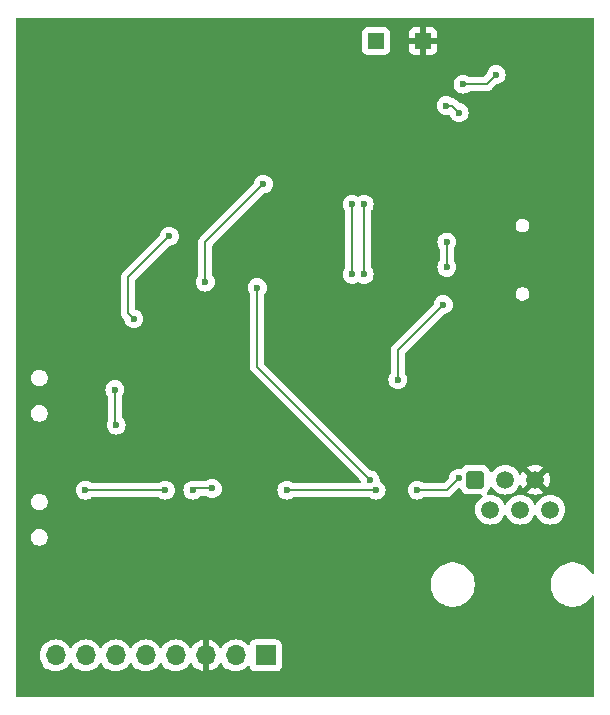
<source format=gbr>
%TF.GenerationSoftware,KiCad,Pcbnew,8.0.8*%
%TF.CreationDate,2025-04-04T12:34:17+02:00*%
%TF.ProjectId,reader_production,72656164-6572-45f7-9072-6f6475637469,rev?*%
%TF.SameCoordinates,Original*%
%TF.FileFunction,Copper,L2,Bot*%
%TF.FilePolarity,Positive*%
%FSLAX46Y46*%
G04 Gerber Fmt 4.6, Leading zero omitted, Abs format (unit mm)*
G04 Created by KiCad (PCBNEW 8.0.8) date 2025-04-04 12:34:17*
%MOMM*%
%LPD*%
G01*
G04 APERTURE LIST*
G04 Aperture macros list*
%AMRoundRect*
0 Rectangle with rounded corners*
0 $1 Rounding radius*
0 $2 $3 $4 $5 $6 $7 $8 $9 X,Y pos of 4 corners*
0 Add a 4 corners polygon primitive as box body*
4,1,4,$2,$3,$4,$5,$6,$7,$8,$9,$2,$3,0*
0 Add four circle primitives for the rounded corners*
1,1,$1+$1,$2,$3*
1,1,$1+$1,$4,$5*
1,1,$1+$1,$6,$7*
1,1,$1+$1,$8,$9*
0 Add four rect primitives between the rounded corners*
20,1,$1+$1,$2,$3,$4,$5,0*
20,1,$1+$1,$4,$5,$6,$7,0*
20,1,$1+$1,$6,$7,$8,$9,0*
20,1,$1+$1,$8,$9,$2,$3,0*%
G04 Aperture macros list end*
%TA.AperFunction,ComponentPad*%
%ADD10R,1.350000X1.350000*%
%TD*%
%TA.AperFunction,ComponentPad*%
%ADD11R,1.700000X1.700000*%
%TD*%
%TA.AperFunction,ComponentPad*%
%ADD12O,1.700000X1.700000*%
%TD*%
%TA.AperFunction,ComponentPad*%
%ADD13RoundRect,0.250000X-0.510000X-0.510000X0.510000X-0.510000X0.510000X0.510000X-0.510000X0.510000X0*%
%TD*%
%TA.AperFunction,ComponentPad*%
%ADD14C,1.520000*%
%TD*%
%TA.AperFunction,ViaPad*%
%ADD15C,0.600000*%
%TD*%
%TA.AperFunction,Conductor*%
%ADD16C,0.200000*%
%TD*%
G04 APERTURE END LIST*
D10*
%TO.P,J2,1,Pin_1*%
%TO.N,GND*%
X167500000Y-30000000D03*
%TD*%
%TO.P,J1,1,Pin_1*%
%TO.N,Net-(J1-Pin_1)*%
X163500000Y-30000000D03*
%TD*%
D11*
%TO.P,RC522,1,Pin_1*%
%TO.N,Net-(J5-Pin_1)*%
X154160000Y-82000000D03*
D12*
%TO.P,RC522,2,Pin_2*%
%TO.N,RFID_RST*%
X151620000Y-82000000D03*
%TO.P,RC522,3,Pin_3*%
%TO.N,GND*%
X149080000Y-82000000D03*
%TO.P,RC522,4,Pin_4*%
%TO.N,unconnected-(J5-Pin_4-Pad4)*%
X146540000Y-82000000D03*
%TO.P,RC522,5,Pin_5*%
%TO.N,SP1_MISO*%
X144000000Y-82000000D03*
%TO.P,RC522,6,Pin_6*%
%TO.N,SP1_MOSI*%
X141460000Y-82000000D03*
%TO.P,RC522,7,Pin_7*%
%TO.N,SP1_SCK*%
X138920000Y-82000000D03*
%TO.P,RC522,8,Pin_8*%
%TO.N,RFID_SDA*%
X136380000Y-82000000D03*
%TD*%
D13*
%TO.P,RJ12,1*%
%TO.N,RST*%
X171900000Y-67110000D03*
D14*
%TO.P,RJ12,2*%
%TO.N,Net-(D5-A)*%
X173170000Y-69650000D03*
%TO.P,RJ12,3*%
%TO.N,Net-(U4-R1IN)*%
X174440000Y-67110000D03*
%TO.P,RJ12,4*%
%TO.N,Net-(U4-T1OUT)*%
X175710000Y-69650000D03*
%TO.P,RJ12,5*%
%TO.N,GND*%
X176980000Y-67110000D03*
%TO.P,RJ12,6*%
%TO.N,Net-(D6-A)*%
X178250000Y-69650000D03*
%TD*%
D15*
%TO.N,GND*%
X180000000Y-41000000D03*
X159000000Y-67127100D03*
X178000000Y-55500000D03*
X139000000Y-72500000D03*
X149500000Y-77000000D03*
X140000000Y-49500000D03*
X172000000Y-50500000D03*
X161000000Y-58500000D03*
X158000000Y-32430000D03*
X173000000Y-37500000D03*
X174500000Y-31000000D03*
X143023000Y-47454800D03*
X159000000Y-64446800D03*
X153997000Y-49500000D03*
X173000000Y-40000000D03*
X163000000Y-78000000D03*
X148962000Y-79038400D03*
X161500000Y-59500000D03*
X145000000Y-52000000D03*
X180500000Y-31000000D03*
X177500000Y-65000000D03*
X159000000Y-46040000D03*
X173000000Y-54000000D03*
X157155000Y-78000000D03*
X150500000Y-42500000D03*
X139000000Y-57000000D03*
X152975000Y-63000000D03*
X178500000Y-33500000D03*
X167000000Y-32500000D03*
X150500000Y-48500000D03*
X162500000Y-58500000D03*
X144000000Y-44000000D03*
X171500000Y-44480000D03*
%TO.N,+3.3V*%
X146000000Y-46500000D03*
X143000000Y-53500000D03*
%TO.N,V+*%
X169500000Y-49141000D03*
X169500000Y-47000000D03*
X169206000Y-52294000D03*
X165356000Y-58644300D03*
%TO.N,NRST*%
X141500000Y-62500000D03*
X141400000Y-59500000D03*
%TO.N,SWCLK*%
X161500000Y-49740000D03*
X161500000Y-43810000D03*
%TO.N,RST*%
X145666000Y-68000000D03*
X149639043Y-67860955D03*
X155955000Y-68000000D03*
X163505000Y-68000000D03*
X167000000Y-68000000D03*
X170502458Y-66997541D03*
X138900000Y-68000000D03*
X148000000Y-68000000D03*
%TO.N,TRACESWO*%
X162500000Y-43810000D03*
X162500000Y-49740000D03*
%TO.N,AUDIO_OUT*%
X170542041Y-36042041D03*
X169443511Y-35443511D03*
%TO.N,LED_R2*%
X173674000Y-32825700D03*
X153964000Y-42092400D03*
X149050000Y-50386400D03*
X170872000Y-33627600D03*
%TO.N,USART3_TX*%
X153457000Y-50856400D03*
X163000000Y-67127100D03*
%TD*%
D16*
%TO.N,+3.3V*%
X142500000Y-53000000D02*
X143000000Y-53500000D01*
X146000000Y-46500000D02*
X142500000Y-50000000D01*
X142500000Y-50000000D02*
X142500000Y-53000000D01*
%TO.N,V+*%
X169500000Y-49141000D02*
X169500000Y-47000000D01*
X169206000Y-52294000D02*
X165356000Y-56144300D01*
X165356000Y-56144300D02*
X165356000Y-58644300D01*
%TO.N,NRST*%
X141400000Y-59500000D02*
X141400000Y-62400000D01*
X141400000Y-62400000D02*
X141500000Y-62500000D01*
%TO.N,SWCLK*%
X161500000Y-49740000D02*
X161500000Y-43810000D01*
%TO.N,RST*%
X149639043Y-67860955D02*
X148139045Y-67860955D01*
X145666000Y-68000000D02*
X138900000Y-68000000D01*
X163505000Y-68000000D02*
X155955000Y-68000000D01*
X170502458Y-66997541D02*
X169499999Y-68000000D01*
X169499999Y-68000000D02*
X167000000Y-68000000D01*
X148139045Y-67860955D02*
X148000000Y-68000000D01*
X139039045Y-67860955D02*
X138900000Y-68000000D01*
%TO.N,TRACESWO*%
X162500000Y-49740000D02*
X162500000Y-43810000D01*
%TO.N,AUDIO_OUT*%
X169443511Y-35443511D02*
X169943511Y-35443511D01*
X169943511Y-35443511D02*
X170542041Y-36042041D01*
%TO.N,LED_R2*%
X153964000Y-42092400D02*
X149050000Y-47006100D01*
X149050000Y-47006100D02*
X149050000Y-50386400D01*
X172872000Y-33627600D02*
X170872000Y-33627600D01*
X173674000Y-32825700D02*
X172872000Y-33627600D01*
%TO.N,USART3_TX*%
X153457000Y-57583900D02*
X163000000Y-67127100D01*
X153457000Y-50856400D02*
X153457000Y-57583900D01*
%TD*%
%TA.AperFunction,Conductor*%
%TO.N,GND*%
G36*
X181942539Y-28020185D02*
G01*
X181988294Y-28072989D01*
X181999500Y-28124500D01*
X181999500Y-74972334D01*
X181979815Y-75039373D01*
X181927011Y-75085128D01*
X181857853Y-75095072D01*
X181794297Y-75066047D01*
X181768113Y-75034334D01*
X181722767Y-74955792D01*
X181573101Y-74760744D01*
X181573096Y-74760738D01*
X181399261Y-74586903D01*
X181399254Y-74586897D01*
X181204212Y-74437236D01*
X181204211Y-74437235D01*
X181204208Y-74437233D01*
X180991292Y-74314306D01*
X180991285Y-74314303D01*
X180764162Y-74220225D01*
X180764155Y-74220223D01*
X180764153Y-74220222D01*
X180526677Y-74156591D01*
X180485939Y-74151227D01*
X180282934Y-74124500D01*
X180282927Y-74124500D01*
X180037073Y-74124500D01*
X180037065Y-74124500D01*
X179805059Y-74155045D01*
X179793323Y-74156591D01*
X179555847Y-74220222D01*
X179555837Y-74220225D01*
X179328714Y-74314303D01*
X179328705Y-74314307D01*
X179115787Y-74437236D01*
X178920745Y-74586897D01*
X178920738Y-74586903D01*
X178746903Y-74760738D01*
X178746897Y-74760745D01*
X178597236Y-74955787D01*
X178597233Y-74955791D01*
X178597233Y-74955792D01*
X178580766Y-74984313D01*
X178474307Y-75168705D01*
X178474303Y-75168714D01*
X178380225Y-75395837D01*
X178380222Y-75395847D01*
X178316592Y-75633320D01*
X178316590Y-75633331D01*
X178284500Y-75877065D01*
X178284500Y-76122934D01*
X178311227Y-76325939D01*
X178316591Y-76366677D01*
X178316592Y-76366679D01*
X178380222Y-76604152D01*
X178380225Y-76604162D01*
X178474303Y-76831285D01*
X178474306Y-76831292D01*
X178597233Y-77044208D01*
X178597235Y-77044211D01*
X178597236Y-77044212D01*
X178746897Y-77239254D01*
X178746903Y-77239261D01*
X178920738Y-77413096D01*
X178920744Y-77413101D01*
X179115792Y-77562767D01*
X179328708Y-77685694D01*
X179555847Y-77779778D01*
X179793323Y-77843409D01*
X180037073Y-77875500D01*
X180037080Y-77875500D01*
X180282920Y-77875500D01*
X180282927Y-77875500D01*
X180526677Y-77843409D01*
X180764153Y-77779778D01*
X180991292Y-77685694D01*
X181204208Y-77562767D01*
X181399256Y-77413101D01*
X181573101Y-77239256D01*
X181722767Y-77044208D01*
X181768114Y-76965663D01*
X181818680Y-76917450D01*
X181887287Y-76904226D01*
X181952152Y-76930194D01*
X181992680Y-76987108D01*
X181999500Y-77027665D01*
X181999500Y-85375500D01*
X181979815Y-85442539D01*
X181927011Y-85488294D01*
X181875500Y-85499500D01*
X133124500Y-85499500D01*
X133057461Y-85479815D01*
X133011706Y-85427011D01*
X133000500Y-85375500D01*
X133000500Y-81999999D01*
X135024341Y-81999999D01*
X135024341Y-82000000D01*
X135044936Y-82235403D01*
X135044938Y-82235413D01*
X135106094Y-82463655D01*
X135106096Y-82463659D01*
X135106097Y-82463663D01*
X135185801Y-82634588D01*
X135205965Y-82677830D01*
X135205967Y-82677834D01*
X135314281Y-82832521D01*
X135341505Y-82871401D01*
X135508599Y-83038495D01*
X135605384Y-83106265D01*
X135702165Y-83174032D01*
X135702167Y-83174033D01*
X135702170Y-83174035D01*
X135916337Y-83273903D01*
X136144592Y-83335063D01*
X136321034Y-83350500D01*
X136379999Y-83355659D01*
X136380000Y-83355659D01*
X136380001Y-83355659D01*
X136438966Y-83350500D01*
X136615408Y-83335063D01*
X136843663Y-83273903D01*
X137057830Y-83174035D01*
X137251401Y-83038495D01*
X137418495Y-82871401D01*
X137548425Y-82685842D01*
X137603002Y-82642217D01*
X137672500Y-82635023D01*
X137734855Y-82666546D01*
X137751575Y-82685842D01*
X137881500Y-82871395D01*
X137881505Y-82871401D01*
X138048599Y-83038495D01*
X138145384Y-83106265D01*
X138242165Y-83174032D01*
X138242167Y-83174033D01*
X138242170Y-83174035D01*
X138456337Y-83273903D01*
X138684592Y-83335063D01*
X138861034Y-83350500D01*
X138919999Y-83355659D01*
X138920000Y-83355659D01*
X138920001Y-83355659D01*
X138978966Y-83350500D01*
X139155408Y-83335063D01*
X139383663Y-83273903D01*
X139597830Y-83174035D01*
X139791401Y-83038495D01*
X139958495Y-82871401D01*
X140088425Y-82685842D01*
X140143002Y-82642217D01*
X140212500Y-82635023D01*
X140274855Y-82666546D01*
X140291575Y-82685842D01*
X140421500Y-82871395D01*
X140421505Y-82871401D01*
X140588599Y-83038495D01*
X140685384Y-83106265D01*
X140782165Y-83174032D01*
X140782167Y-83174033D01*
X140782170Y-83174035D01*
X140996337Y-83273903D01*
X141224592Y-83335063D01*
X141401034Y-83350500D01*
X141459999Y-83355659D01*
X141460000Y-83355659D01*
X141460001Y-83355659D01*
X141518966Y-83350500D01*
X141695408Y-83335063D01*
X141923663Y-83273903D01*
X142137830Y-83174035D01*
X142331401Y-83038495D01*
X142498495Y-82871401D01*
X142628425Y-82685842D01*
X142683002Y-82642217D01*
X142752500Y-82635023D01*
X142814855Y-82666546D01*
X142831575Y-82685842D01*
X142961500Y-82871395D01*
X142961505Y-82871401D01*
X143128599Y-83038495D01*
X143225384Y-83106265D01*
X143322165Y-83174032D01*
X143322167Y-83174033D01*
X143322170Y-83174035D01*
X143536337Y-83273903D01*
X143764592Y-83335063D01*
X143941034Y-83350500D01*
X143999999Y-83355659D01*
X144000000Y-83355659D01*
X144000001Y-83355659D01*
X144058966Y-83350500D01*
X144235408Y-83335063D01*
X144463663Y-83273903D01*
X144677830Y-83174035D01*
X144871401Y-83038495D01*
X145038495Y-82871401D01*
X145168425Y-82685842D01*
X145223002Y-82642217D01*
X145292500Y-82635023D01*
X145354855Y-82666546D01*
X145371575Y-82685842D01*
X145501500Y-82871395D01*
X145501505Y-82871401D01*
X145668599Y-83038495D01*
X145765384Y-83106265D01*
X145862165Y-83174032D01*
X145862167Y-83174033D01*
X145862170Y-83174035D01*
X146076337Y-83273903D01*
X146304592Y-83335063D01*
X146481034Y-83350500D01*
X146539999Y-83355659D01*
X146540000Y-83355659D01*
X146540001Y-83355659D01*
X146598966Y-83350500D01*
X146775408Y-83335063D01*
X147003663Y-83273903D01*
X147217830Y-83174035D01*
X147411401Y-83038495D01*
X147578495Y-82871401D01*
X147708730Y-82685405D01*
X147763307Y-82641781D01*
X147832805Y-82634587D01*
X147895160Y-82666110D01*
X147911879Y-82685405D01*
X148041890Y-82871078D01*
X148208917Y-83038105D01*
X148402421Y-83173600D01*
X148616507Y-83273429D01*
X148616516Y-83273433D01*
X148830000Y-83330634D01*
X148830000Y-82433012D01*
X148887007Y-82465925D01*
X149014174Y-82500000D01*
X149145826Y-82500000D01*
X149272993Y-82465925D01*
X149330000Y-82433012D01*
X149330000Y-83330633D01*
X149543483Y-83273433D01*
X149543492Y-83273429D01*
X149757578Y-83173600D01*
X149951082Y-83038105D01*
X150118105Y-82871082D01*
X150248119Y-82685405D01*
X150302696Y-82641781D01*
X150372195Y-82634588D01*
X150434549Y-82666110D01*
X150451269Y-82685405D01*
X150581505Y-82871401D01*
X150748599Y-83038495D01*
X150845384Y-83106265D01*
X150942165Y-83174032D01*
X150942167Y-83174033D01*
X150942170Y-83174035D01*
X151156337Y-83273903D01*
X151384592Y-83335063D01*
X151561034Y-83350500D01*
X151619999Y-83355659D01*
X151620000Y-83355659D01*
X151620001Y-83355659D01*
X151678966Y-83350500D01*
X151855408Y-83335063D01*
X152083663Y-83273903D01*
X152297830Y-83174035D01*
X152491401Y-83038495D01*
X152613329Y-82916566D01*
X152674648Y-82883084D01*
X152744340Y-82888068D01*
X152800274Y-82929939D01*
X152817189Y-82960917D01*
X152866202Y-83092328D01*
X152866206Y-83092335D01*
X152952452Y-83207544D01*
X152952455Y-83207547D01*
X153067664Y-83293793D01*
X153067671Y-83293797D01*
X153202517Y-83344091D01*
X153202516Y-83344091D01*
X153209444Y-83344835D01*
X153262127Y-83350500D01*
X155057872Y-83350499D01*
X155117483Y-83344091D01*
X155252331Y-83293796D01*
X155367546Y-83207546D01*
X155453796Y-83092331D01*
X155504091Y-82957483D01*
X155510500Y-82897873D01*
X155510499Y-81102128D01*
X155504091Y-81042517D01*
X155502810Y-81039083D01*
X155453797Y-80907671D01*
X155453793Y-80907664D01*
X155367547Y-80792455D01*
X155367544Y-80792452D01*
X155252335Y-80706206D01*
X155252328Y-80706202D01*
X155117482Y-80655908D01*
X155117483Y-80655908D01*
X155057883Y-80649501D01*
X155057881Y-80649500D01*
X155057873Y-80649500D01*
X155057864Y-80649500D01*
X153262129Y-80649500D01*
X153262123Y-80649501D01*
X153202516Y-80655908D01*
X153067671Y-80706202D01*
X153067664Y-80706206D01*
X152952455Y-80792452D01*
X152952452Y-80792455D01*
X152866206Y-80907664D01*
X152866203Y-80907669D01*
X152817189Y-81039083D01*
X152775317Y-81095016D01*
X152709853Y-81119433D01*
X152641580Y-81104581D01*
X152613326Y-81083430D01*
X152491402Y-80961506D01*
X152491395Y-80961501D01*
X152297834Y-80825967D01*
X152297830Y-80825965D01*
X152297828Y-80825964D01*
X152083663Y-80726097D01*
X152083659Y-80726096D01*
X152083655Y-80726094D01*
X151855413Y-80664938D01*
X151855403Y-80664936D01*
X151620001Y-80644341D01*
X151619999Y-80644341D01*
X151384596Y-80664936D01*
X151384586Y-80664938D01*
X151156344Y-80726094D01*
X151156335Y-80726098D01*
X150942171Y-80825964D01*
X150942169Y-80825965D01*
X150748597Y-80961505D01*
X150581508Y-81128594D01*
X150451269Y-81314595D01*
X150396692Y-81358219D01*
X150327193Y-81365412D01*
X150264839Y-81333890D01*
X150248119Y-81314594D01*
X150118113Y-81128926D01*
X150118108Y-81128920D01*
X149951082Y-80961894D01*
X149757578Y-80826399D01*
X149543492Y-80726570D01*
X149543486Y-80726567D01*
X149330000Y-80669364D01*
X149330000Y-81566988D01*
X149272993Y-81534075D01*
X149145826Y-81500000D01*
X149014174Y-81500000D01*
X148887007Y-81534075D01*
X148830000Y-81566988D01*
X148830000Y-80669364D01*
X148829999Y-80669364D01*
X148616513Y-80726567D01*
X148616507Y-80726570D01*
X148402422Y-80826399D01*
X148402420Y-80826400D01*
X148208926Y-80961886D01*
X148208920Y-80961891D01*
X148041891Y-81128920D01*
X148041890Y-81128922D01*
X147911880Y-81314595D01*
X147857303Y-81358219D01*
X147787804Y-81365412D01*
X147725450Y-81333890D01*
X147708730Y-81314594D01*
X147578494Y-81128597D01*
X147411402Y-80961506D01*
X147411395Y-80961501D01*
X147217834Y-80825967D01*
X147217830Y-80825965D01*
X147217828Y-80825964D01*
X147003663Y-80726097D01*
X147003659Y-80726096D01*
X147003655Y-80726094D01*
X146775413Y-80664938D01*
X146775403Y-80664936D01*
X146540001Y-80644341D01*
X146539999Y-80644341D01*
X146304596Y-80664936D01*
X146304586Y-80664938D01*
X146076344Y-80726094D01*
X146076335Y-80726098D01*
X145862171Y-80825964D01*
X145862169Y-80825965D01*
X145668597Y-80961505D01*
X145501505Y-81128597D01*
X145371575Y-81314158D01*
X145316998Y-81357783D01*
X145247500Y-81364977D01*
X145185145Y-81333454D01*
X145168425Y-81314158D01*
X145038494Y-81128597D01*
X144871402Y-80961506D01*
X144871395Y-80961501D01*
X144677834Y-80825967D01*
X144677830Y-80825965D01*
X144677828Y-80825964D01*
X144463663Y-80726097D01*
X144463659Y-80726096D01*
X144463655Y-80726094D01*
X144235413Y-80664938D01*
X144235403Y-80664936D01*
X144000001Y-80644341D01*
X143999999Y-80644341D01*
X143764596Y-80664936D01*
X143764586Y-80664938D01*
X143536344Y-80726094D01*
X143536335Y-80726098D01*
X143322171Y-80825964D01*
X143322169Y-80825965D01*
X143128597Y-80961505D01*
X142961505Y-81128597D01*
X142831575Y-81314158D01*
X142776998Y-81357783D01*
X142707500Y-81364977D01*
X142645145Y-81333454D01*
X142628425Y-81314158D01*
X142498494Y-81128597D01*
X142331402Y-80961506D01*
X142331395Y-80961501D01*
X142137834Y-80825967D01*
X142137830Y-80825965D01*
X142137828Y-80825964D01*
X141923663Y-80726097D01*
X141923659Y-80726096D01*
X141923655Y-80726094D01*
X141695413Y-80664938D01*
X141695403Y-80664936D01*
X141460001Y-80644341D01*
X141459999Y-80644341D01*
X141224596Y-80664936D01*
X141224586Y-80664938D01*
X140996344Y-80726094D01*
X140996335Y-80726098D01*
X140782171Y-80825964D01*
X140782169Y-80825965D01*
X140588597Y-80961505D01*
X140421505Y-81128597D01*
X140291575Y-81314158D01*
X140236998Y-81357783D01*
X140167500Y-81364977D01*
X140105145Y-81333454D01*
X140088425Y-81314158D01*
X139958494Y-81128597D01*
X139791402Y-80961506D01*
X139791395Y-80961501D01*
X139597834Y-80825967D01*
X139597830Y-80825965D01*
X139597828Y-80825964D01*
X139383663Y-80726097D01*
X139383659Y-80726096D01*
X139383655Y-80726094D01*
X139155413Y-80664938D01*
X139155403Y-80664936D01*
X138920001Y-80644341D01*
X138919999Y-80644341D01*
X138684596Y-80664936D01*
X138684586Y-80664938D01*
X138456344Y-80726094D01*
X138456335Y-80726098D01*
X138242171Y-80825964D01*
X138242169Y-80825965D01*
X138048597Y-80961505D01*
X137881505Y-81128597D01*
X137751575Y-81314158D01*
X137696998Y-81357783D01*
X137627500Y-81364977D01*
X137565145Y-81333454D01*
X137548425Y-81314158D01*
X137418494Y-81128597D01*
X137251402Y-80961506D01*
X137251395Y-80961501D01*
X137057834Y-80825967D01*
X137057830Y-80825965D01*
X137057828Y-80825964D01*
X136843663Y-80726097D01*
X136843659Y-80726096D01*
X136843655Y-80726094D01*
X136615413Y-80664938D01*
X136615403Y-80664936D01*
X136380001Y-80644341D01*
X136379999Y-80644341D01*
X136144596Y-80664936D01*
X136144586Y-80664938D01*
X135916344Y-80726094D01*
X135916335Y-80726098D01*
X135702171Y-80825964D01*
X135702169Y-80825965D01*
X135508597Y-80961505D01*
X135341505Y-81128597D01*
X135205965Y-81322169D01*
X135205964Y-81322171D01*
X135106098Y-81536335D01*
X135106094Y-81536344D01*
X135044938Y-81764586D01*
X135044936Y-81764596D01*
X135024341Y-81999999D01*
X133000500Y-81999999D01*
X133000500Y-75877065D01*
X168124500Y-75877065D01*
X168124500Y-76122934D01*
X168151227Y-76325939D01*
X168156591Y-76366677D01*
X168156592Y-76366679D01*
X168220222Y-76604152D01*
X168220225Y-76604162D01*
X168314303Y-76831285D01*
X168314306Y-76831292D01*
X168437233Y-77044208D01*
X168437235Y-77044211D01*
X168437236Y-77044212D01*
X168586897Y-77239254D01*
X168586903Y-77239261D01*
X168760738Y-77413096D01*
X168760744Y-77413101D01*
X168955792Y-77562767D01*
X169168708Y-77685694D01*
X169395847Y-77779778D01*
X169633323Y-77843409D01*
X169877073Y-77875500D01*
X169877080Y-77875500D01*
X170122920Y-77875500D01*
X170122927Y-77875500D01*
X170366677Y-77843409D01*
X170604153Y-77779778D01*
X170831292Y-77685694D01*
X171044208Y-77562767D01*
X171239256Y-77413101D01*
X171413101Y-77239256D01*
X171562767Y-77044208D01*
X171685694Y-76831292D01*
X171779778Y-76604153D01*
X171843409Y-76366677D01*
X171875500Y-76122927D01*
X171875500Y-75877073D01*
X171843409Y-75633323D01*
X171779778Y-75395847D01*
X171685694Y-75168708D01*
X171562767Y-74955792D01*
X171413101Y-74760744D01*
X171413096Y-74760738D01*
X171239261Y-74586903D01*
X171239254Y-74586897D01*
X171044212Y-74437236D01*
X171044211Y-74437235D01*
X171044208Y-74437233D01*
X170831292Y-74314306D01*
X170831285Y-74314303D01*
X170604162Y-74220225D01*
X170604155Y-74220223D01*
X170604153Y-74220222D01*
X170366677Y-74156591D01*
X170325939Y-74151227D01*
X170122934Y-74124500D01*
X170122927Y-74124500D01*
X169877073Y-74124500D01*
X169877065Y-74124500D01*
X169645059Y-74155045D01*
X169633323Y-74156591D01*
X169395847Y-74220222D01*
X169395837Y-74220225D01*
X169168714Y-74314303D01*
X169168705Y-74314307D01*
X168955787Y-74437236D01*
X168760745Y-74586897D01*
X168760738Y-74586903D01*
X168586903Y-74760738D01*
X168586897Y-74760745D01*
X168437236Y-74955787D01*
X168437233Y-74955791D01*
X168437233Y-74955792D01*
X168420766Y-74984313D01*
X168314307Y-75168705D01*
X168314303Y-75168714D01*
X168220225Y-75395837D01*
X168220222Y-75395847D01*
X168156592Y-75633320D01*
X168156590Y-75633331D01*
X168124500Y-75877065D01*
X133000500Y-75877065D01*
X133000500Y-72068995D01*
X134299499Y-72068995D01*
X134326418Y-72204322D01*
X134326421Y-72204332D01*
X134379221Y-72331804D01*
X134379228Y-72331817D01*
X134455885Y-72446541D01*
X134455888Y-72446545D01*
X134553454Y-72544111D01*
X134553458Y-72544114D01*
X134668182Y-72620771D01*
X134668195Y-72620778D01*
X134795667Y-72673578D01*
X134795672Y-72673580D01*
X134795676Y-72673580D01*
X134795677Y-72673581D01*
X134931004Y-72700500D01*
X134931007Y-72700500D01*
X135068995Y-72700500D01*
X135160041Y-72682389D01*
X135204328Y-72673580D01*
X135331811Y-72620775D01*
X135446542Y-72544114D01*
X135544114Y-72446542D01*
X135620775Y-72331811D01*
X135673580Y-72204328D01*
X135700500Y-72068993D01*
X135700500Y-71931007D01*
X135700500Y-71931004D01*
X135673581Y-71795677D01*
X135673580Y-71795676D01*
X135673580Y-71795672D01*
X135673578Y-71795667D01*
X135620778Y-71668195D01*
X135620771Y-71668182D01*
X135544114Y-71553458D01*
X135544111Y-71553454D01*
X135446545Y-71455888D01*
X135446541Y-71455885D01*
X135331817Y-71379228D01*
X135331804Y-71379221D01*
X135204332Y-71326421D01*
X135204322Y-71326418D01*
X135068995Y-71299500D01*
X135068993Y-71299500D01*
X134931007Y-71299500D01*
X134931005Y-71299500D01*
X134795677Y-71326418D01*
X134795667Y-71326421D01*
X134668195Y-71379221D01*
X134668182Y-71379228D01*
X134553458Y-71455885D01*
X134553454Y-71455888D01*
X134455888Y-71553454D01*
X134455885Y-71553458D01*
X134379228Y-71668182D01*
X134379221Y-71668195D01*
X134326421Y-71795667D01*
X134326418Y-71795677D01*
X134299500Y-71931004D01*
X134299500Y-71931007D01*
X134299500Y-72068993D01*
X134299500Y-72068995D01*
X134299499Y-72068995D01*
X133000500Y-72068995D01*
X133000500Y-69068995D01*
X134299499Y-69068995D01*
X134326418Y-69204322D01*
X134326421Y-69204332D01*
X134379221Y-69331804D01*
X134379228Y-69331817D01*
X134455885Y-69446541D01*
X134455888Y-69446545D01*
X134553454Y-69544111D01*
X134553458Y-69544114D01*
X134668182Y-69620771D01*
X134668195Y-69620778D01*
X134795667Y-69673578D01*
X134795672Y-69673580D01*
X134795676Y-69673580D01*
X134795677Y-69673581D01*
X134931004Y-69700500D01*
X134931007Y-69700500D01*
X135068995Y-69700500D01*
X135160041Y-69682389D01*
X135204328Y-69673580D01*
X135331811Y-69620775D01*
X135446542Y-69544114D01*
X135544114Y-69446542D01*
X135620775Y-69331811D01*
X135673580Y-69204328D01*
X135700500Y-69068993D01*
X135700500Y-68931007D01*
X135700500Y-68931004D01*
X135673581Y-68795677D01*
X135673580Y-68795676D01*
X135673580Y-68795672D01*
X135644634Y-68725789D01*
X135620778Y-68668195D01*
X135620771Y-68668182D01*
X135544114Y-68553458D01*
X135544111Y-68553454D01*
X135446545Y-68455888D01*
X135446541Y-68455885D01*
X135331817Y-68379228D01*
X135331804Y-68379221D01*
X135204332Y-68326421D01*
X135204322Y-68326418D01*
X135068995Y-68299500D01*
X135068993Y-68299500D01*
X134931007Y-68299500D01*
X134931005Y-68299500D01*
X134795677Y-68326418D01*
X134795667Y-68326421D01*
X134668195Y-68379221D01*
X134668182Y-68379228D01*
X134553458Y-68455885D01*
X134553454Y-68455888D01*
X134455888Y-68553454D01*
X134455885Y-68553458D01*
X134379228Y-68668182D01*
X134379221Y-68668195D01*
X134326421Y-68795667D01*
X134326418Y-68795677D01*
X134299500Y-68931004D01*
X134299500Y-68931007D01*
X134299500Y-69068993D01*
X134299500Y-69068995D01*
X134299499Y-69068995D01*
X133000500Y-69068995D01*
X133000500Y-67999996D01*
X138094435Y-67999996D01*
X138094435Y-68000003D01*
X138114630Y-68179249D01*
X138114631Y-68179254D01*
X138174211Y-68349523D01*
X138256912Y-68481140D01*
X138270184Y-68502262D01*
X138397738Y-68629816D01*
X138550478Y-68725789D01*
X138720745Y-68785368D01*
X138720750Y-68785369D01*
X138899996Y-68805565D01*
X138900000Y-68805565D01*
X138900004Y-68805565D01*
X139079249Y-68785369D01*
X139079252Y-68785368D01*
X139079255Y-68785368D01*
X139249522Y-68725789D01*
X139402262Y-68629816D01*
X139402267Y-68629810D01*
X139405097Y-68627555D01*
X139407275Y-68626665D01*
X139408158Y-68626111D01*
X139408255Y-68626265D01*
X139469783Y-68601145D01*
X139482412Y-68600500D01*
X145083588Y-68600500D01*
X145150627Y-68620185D01*
X145160903Y-68627555D01*
X145163736Y-68629814D01*
X145163738Y-68629816D01*
X145316478Y-68725789D01*
X145486745Y-68785368D01*
X145486750Y-68785369D01*
X145665996Y-68805565D01*
X145666000Y-68805565D01*
X145666004Y-68805565D01*
X145845249Y-68785369D01*
X145845252Y-68785368D01*
X145845255Y-68785368D01*
X146015522Y-68725789D01*
X146168262Y-68629816D01*
X146295816Y-68502262D01*
X146391789Y-68349522D01*
X146451368Y-68179255D01*
X146453503Y-68160305D01*
X146471565Y-68000003D01*
X146471565Y-67999996D01*
X147194435Y-67999996D01*
X147194435Y-68000003D01*
X147214630Y-68179249D01*
X147214631Y-68179254D01*
X147274211Y-68349523D01*
X147356912Y-68481140D01*
X147370184Y-68502262D01*
X147497738Y-68629816D01*
X147650478Y-68725789D01*
X147820745Y-68785368D01*
X147820750Y-68785369D01*
X147999996Y-68805565D01*
X148000000Y-68805565D01*
X148000004Y-68805565D01*
X148179249Y-68785369D01*
X148179252Y-68785368D01*
X148179255Y-68785368D01*
X148349522Y-68725789D01*
X148502262Y-68629816D01*
X148629816Y-68502262D01*
X148629816Y-68502261D01*
X148634304Y-68497774D01*
X148695627Y-68464289D01*
X148721985Y-68461455D01*
X149056631Y-68461455D01*
X149123670Y-68481140D01*
X149133946Y-68488510D01*
X149136779Y-68490769D01*
X149136781Y-68490771D01*
X149289521Y-68586744D01*
X149402466Y-68626265D01*
X149459788Y-68646323D01*
X149459793Y-68646324D01*
X149639039Y-68666520D01*
X149639043Y-68666520D01*
X149639047Y-68666520D01*
X149818292Y-68646324D01*
X149818295Y-68646323D01*
X149818298Y-68646323D01*
X149988565Y-68586744D01*
X150141305Y-68490771D01*
X150268859Y-68363217D01*
X150364832Y-68210477D01*
X150424411Y-68040210D01*
X150424412Y-68040204D01*
X150444608Y-67860958D01*
X150444608Y-67860951D01*
X150424412Y-67681705D01*
X150424411Y-67681700D01*
X150399142Y-67609485D01*
X150364832Y-67511433D01*
X150268859Y-67358693D01*
X150141305Y-67231139D01*
X150115031Y-67214630D01*
X149988566Y-67135166D01*
X149818297Y-67075586D01*
X149818292Y-67075585D01*
X149639047Y-67055390D01*
X149639039Y-67055390D01*
X149459793Y-67075585D01*
X149459788Y-67075586D01*
X149289519Y-67135166D01*
X149136779Y-67231140D01*
X149133946Y-67233400D01*
X149131767Y-67234289D01*
X149130885Y-67234844D01*
X149130787Y-67234689D01*
X149069260Y-67259810D01*
X149056631Y-67260455D01*
X148331279Y-67260455D01*
X148290324Y-67253496D01*
X148179262Y-67214633D01*
X148179249Y-67214630D01*
X148000004Y-67194435D01*
X147999996Y-67194435D01*
X147820750Y-67214630D01*
X147820745Y-67214631D01*
X147650476Y-67274211D01*
X147497737Y-67370184D01*
X147370184Y-67497737D01*
X147274211Y-67650476D01*
X147214631Y-67820745D01*
X147214630Y-67820750D01*
X147194435Y-67999996D01*
X146471565Y-67999996D01*
X146451369Y-67820750D01*
X146451368Y-67820745D01*
X146432327Y-67766329D01*
X146391789Y-67650478D01*
X146295816Y-67497738D01*
X146168262Y-67370184D01*
X146125516Y-67343325D01*
X146015523Y-67274211D01*
X145845254Y-67214631D01*
X145845249Y-67214630D01*
X145666004Y-67194435D01*
X145665996Y-67194435D01*
X145486750Y-67214630D01*
X145486745Y-67214631D01*
X145316476Y-67274211D01*
X145163736Y-67370185D01*
X145160903Y-67372445D01*
X145158724Y-67373334D01*
X145157842Y-67373889D01*
X145157744Y-67373734D01*
X145096217Y-67398855D01*
X145083588Y-67399500D01*
X139482412Y-67399500D01*
X139415373Y-67379815D01*
X139405097Y-67372445D01*
X139402263Y-67370185D01*
X139402262Y-67370184D01*
X139345496Y-67334515D01*
X139249523Y-67274211D01*
X139079254Y-67214631D01*
X139079249Y-67214630D01*
X138900004Y-67194435D01*
X138899996Y-67194435D01*
X138720750Y-67214630D01*
X138720745Y-67214631D01*
X138550476Y-67274211D01*
X138397737Y-67370184D01*
X138270184Y-67497737D01*
X138174211Y-67650476D01*
X138114631Y-67820745D01*
X138114630Y-67820750D01*
X138094435Y-67999996D01*
X133000500Y-67999996D01*
X133000500Y-61568995D01*
X134299499Y-61568995D01*
X134326418Y-61704322D01*
X134326421Y-61704332D01*
X134379221Y-61831804D01*
X134379228Y-61831817D01*
X134455885Y-61946541D01*
X134455888Y-61946545D01*
X134553454Y-62044111D01*
X134553458Y-62044114D01*
X134668182Y-62120771D01*
X134668195Y-62120778D01*
X134795667Y-62173578D01*
X134795672Y-62173580D01*
X134795676Y-62173580D01*
X134795677Y-62173581D01*
X134931004Y-62200500D01*
X134931007Y-62200500D01*
X135068995Y-62200500D01*
X135160041Y-62182389D01*
X135204328Y-62173580D01*
X135331811Y-62120775D01*
X135446542Y-62044114D01*
X135544114Y-61946542D01*
X135620775Y-61831811D01*
X135626886Y-61817059D01*
X135673578Y-61704332D01*
X135673580Y-61704328D01*
X135700500Y-61568993D01*
X135700500Y-61431007D01*
X135700500Y-61431004D01*
X135673581Y-61295677D01*
X135673580Y-61295676D01*
X135673580Y-61295672D01*
X135673578Y-61295667D01*
X135620778Y-61168195D01*
X135620771Y-61168182D01*
X135544114Y-61053458D01*
X135544111Y-61053454D01*
X135446545Y-60955888D01*
X135446541Y-60955885D01*
X135331817Y-60879228D01*
X135331804Y-60879221D01*
X135204332Y-60826421D01*
X135204322Y-60826418D01*
X135068995Y-60799500D01*
X135068993Y-60799500D01*
X134931007Y-60799500D01*
X134931005Y-60799500D01*
X134795677Y-60826418D01*
X134795667Y-60826421D01*
X134668195Y-60879221D01*
X134668182Y-60879228D01*
X134553458Y-60955885D01*
X134553454Y-60955888D01*
X134455888Y-61053454D01*
X134455885Y-61053458D01*
X134379228Y-61168182D01*
X134379221Y-61168195D01*
X134326421Y-61295667D01*
X134326418Y-61295677D01*
X134299500Y-61431004D01*
X134299500Y-61431007D01*
X134299500Y-61568993D01*
X134299500Y-61568995D01*
X134299499Y-61568995D01*
X133000500Y-61568995D01*
X133000500Y-59499996D01*
X140594435Y-59499996D01*
X140594435Y-59500003D01*
X140614630Y-59679249D01*
X140614631Y-59679254D01*
X140674211Y-59849523D01*
X140770185Y-60002263D01*
X140772445Y-60005097D01*
X140773334Y-60007275D01*
X140773889Y-60008158D01*
X140773734Y-60008255D01*
X140798855Y-60069783D01*
X140799500Y-60082412D01*
X140799500Y-62074507D01*
X140780494Y-62140478D01*
X140774209Y-62150479D01*
X140714633Y-62320737D01*
X140714630Y-62320750D01*
X140694435Y-62499996D01*
X140694435Y-62500003D01*
X140714630Y-62679249D01*
X140714631Y-62679254D01*
X140774211Y-62849523D01*
X140870184Y-63002262D01*
X140997738Y-63129816D01*
X141150478Y-63225789D01*
X141320745Y-63285368D01*
X141320750Y-63285369D01*
X141499996Y-63305565D01*
X141500000Y-63305565D01*
X141500004Y-63305565D01*
X141679249Y-63285369D01*
X141679252Y-63285368D01*
X141679255Y-63285368D01*
X141849522Y-63225789D01*
X142002262Y-63129816D01*
X142129816Y-63002262D01*
X142225789Y-62849522D01*
X142285368Y-62679255D01*
X142305565Y-62500000D01*
X142285368Y-62320745D01*
X142225789Y-62150478D01*
X142200499Y-62110230D01*
X142158954Y-62044111D01*
X142129816Y-61997738D01*
X142036818Y-61904740D01*
X142003334Y-61843416D01*
X142000500Y-61817059D01*
X142000500Y-60082412D01*
X142020185Y-60015373D01*
X142027555Y-60005097D01*
X142029810Y-60002267D01*
X142029816Y-60002262D01*
X142125789Y-59849522D01*
X142185368Y-59679255D01*
X142205565Y-59500000D01*
X142199916Y-59449865D01*
X142185369Y-59320750D01*
X142185368Y-59320745D01*
X142133873Y-59173581D01*
X142125789Y-59150478D01*
X142123328Y-59146562D01*
X142029815Y-58997737D01*
X141902262Y-58870184D01*
X141749523Y-58774211D01*
X141579254Y-58714631D01*
X141579249Y-58714630D01*
X141400004Y-58694435D01*
X141399996Y-58694435D01*
X141220750Y-58714630D01*
X141220745Y-58714631D01*
X141050476Y-58774211D01*
X140897737Y-58870184D01*
X140770184Y-58997737D01*
X140674211Y-59150476D01*
X140614631Y-59320745D01*
X140614630Y-59320750D01*
X140594435Y-59499996D01*
X133000500Y-59499996D01*
X133000500Y-58568995D01*
X134299499Y-58568995D01*
X134326418Y-58704322D01*
X134326421Y-58704332D01*
X134379221Y-58831804D01*
X134379228Y-58831817D01*
X134455885Y-58946541D01*
X134455888Y-58946545D01*
X134553454Y-59044111D01*
X134553458Y-59044114D01*
X134668182Y-59120771D01*
X134668195Y-59120778D01*
X134795667Y-59173578D01*
X134795672Y-59173580D01*
X134795676Y-59173580D01*
X134795677Y-59173581D01*
X134931004Y-59200500D01*
X134931007Y-59200500D01*
X135068995Y-59200500D01*
X135160041Y-59182389D01*
X135204328Y-59173580D01*
X135331811Y-59120775D01*
X135446542Y-59044114D01*
X135544114Y-58946542D01*
X135620775Y-58831811D01*
X135673580Y-58704328D01*
X135700500Y-58568993D01*
X135700500Y-58431007D01*
X135700500Y-58431004D01*
X135673581Y-58295677D01*
X135673580Y-58295676D01*
X135673580Y-58295672D01*
X135673209Y-58294776D01*
X135620778Y-58168195D01*
X135620771Y-58168182D01*
X135544114Y-58053458D01*
X135544111Y-58053454D01*
X135446545Y-57955888D01*
X135446541Y-57955885D01*
X135331817Y-57879228D01*
X135331804Y-57879221D01*
X135204332Y-57826421D01*
X135204322Y-57826418D01*
X135068995Y-57799500D01*
X135068993Y-57799500D01*
X134931007Y-57799500D01*
X134931005Y-57799500D01*
X134795677Y-57826418D01*
X134795667Y-57826421D01*
X134668195Y-57879221D01*
X134668182Y-57879228D01*
X134553458Y-57955885D01*
X134553454Y-57955888D01*
X134455888Y-58053454D01*
X134455885Y-58053458D01*
X134379228Y-58168182D01*
X134379221Y-58168195D01*
X134326421Y-58295667D01*
X134326418Y-58295677D01*
X134299500Y-58431004D01*
X134299500Y-58431007D01*
X134299500Y-58568993D01*
X134299500Y-58568995D01*
X134299499Y-58568995D01*
X133000500Y-58568995D01*
X133000500Y-53079054D01*
X141899498Y-53079054D01*
X141940423Y-53231785D01*
X141961457Y-53268216D01*
X141991784Y-53320745D01*
X142019479Y-53368715D01*
X142131284Y-53480520D01*
X142131285Y-53480522D01*
X142169298Y-53518535D01*
X142202783Y-53579858D01*
X142204837Y-53592332D01*
X142214630Y-53679249D01*
X142274210Y-53849521D01*
X142370184Y-54002262D01*
X142497738Y-54129816D01*
X142650478Y-54225789D01*
X142820745Y-54285368D01*
X142820750Y-54285369D01*
X142999996Y-54305565D01*
X143000000Y-54305565D01*
X143000004Y-54305565D01*
X143179249Y-54285369D01*
X143179252Y-54285368D01*
X143179255Y-54285368D01*
X143349522Y-54225789D01*
X143502262Y-54129816D01*
X143629816Y-54002262D01*
X143725789Y-53849522D01*
X143785368Y-53679255D01*
X143795162Y-53592332D01*
X143805565Y-53500003D01*
X143805565Y-53499996D01*
X143785369Y-53320750D01*
X143785368Y-53320745D01*
X143766987Y-53268215D01*
X143725789Y-53150478D01*
X143629816Y-52997738D01*
X143502262Y-52870184D01*
X143384616Y-52796262D01*
X143349521Y-52774210D01*
X143256845Y-52741781D01*
X143183544Y-52716132D01*
X143126770Y-52675412D01*
X143101022Y-52610460D01*
X143100500Y-52599092D01*
X143100500Y-50386396D01*
X148244435Y-50386396D01*
X148244435Y-50386403D01*
X148264630Y-50565649D01*
X148264631Y-50565654D01*
X148324211Y-50735923D01*
X148373585Y-50814500D01*
X148420184Y-50888662D01*
X148547738Y-51016216D01*
X148700478Y-51112189D01*
X148859585Y-51167863D01*
X148870745Y-51171768D01*
X148870750Y-51171769D01*
X149049996Y-51191965D01*
X149050000Y-51191965D01*
X149050004Y-51191965D01*
X149229249Y-51171769D01*
X149229252Y-51171768D01*
X149229255Y-51171768D01*
X149399522Y-51112189D01*
X149552262Y-51016216D01*
X149679816Y-50888662D01*
X149700090Y-50856396D01*
X152651435Y-50856396D01*
X152651435Y-50856403D01*
X152671630Y-51035649D01*
X152671631Y-51035654D01*
X152731211Y-51205923D01*
X152827185Y-51358663D01*
X152829445Y-51361497D01*
X152830334Y-51363675D01*
X152830889Y-51364558D01*
X152830734Y-51364655D01*
X152855855Y-51426183D01*
X152856500Y-51438812D01*
X152856500Y-57504837D01*
X152856499Y-57663141D01*
X152856556Y-57663529D01*
X152857461Y-57666544D01*
X152876111Y-57736149D01*
X152897422Y-57815683D01*
X152976477Y-57952612D01*
X152976481Y-57952617D01*
X153055469Y-58031605D01*
X162169298Y-67145625D01*
X162202782Y-67206948D01*
X162204836Y-67219419D01*
X162209591Y-67261614D01*
X162197538Y-67330436D01*
X162150189Y-67381817D01*
X162086371Y-67399500D01*
X156537412Y-67399500D01*
X156470373Y-67379815D01*
X156460097Y-67372445D01*
X156457263Y-67370185D01*
X156457262Y-67370184D01*
X156400496Y-67334515D01*
X156304523Y-67274211D01*
X156134254Y-67214631D01*
X156134249Y-67214630D01*
X155955004Y-67194435D01*
X155954996Y-67194435D01*
X155775750Y-67214630D01*
X155775745Y-67214631D01*
X155605476Y-67274211D01*
X155452737Y-67370184D01*
X155325184Y-67497737D01*
X155229211Y-67650476D01*
X155169631Y-67820745D01*
X155169630Y-67820750D01*
X155149435Y-67999996D01*
X155149435Y-68000003D01*
X155169630Y-68179249D01*
X155169631Y-68179254D01*
X155229211Y-68349523D01*
X155311912Y-68481140D01*
X155325184Y-68502262D01*
X155452738Y-68629816D01*
X155605478Y-68725789D01*
X155775745Y-68785368D01*
X155775750Y-68785369D01*
X155954996Y-68805565D01*
X155955000Y-68805565D01*
X155955004Y-68805565D01*
X156134249Y-68785369D01*
X156134252Y-68785368D01*
X156134255Y-68785368D01*
X156304522Y-68725789D01*
X156457262Y-68629816D01*
X156457267Y-68629810D01*
X156460097Y-68627555D01*
X156462275Y-68626665D01*
X156463158Y-68626111D01*
X156463255Y-68626265D01*
X156524783Y-68601145D01*
X156537412Y-68600500D01*
X162922588Y-68600500D01*
X162989627Y-68620185D01*
X162999903Y-68627555D01*
X163002736Y-68629814D01*
X163002738Y-68629816D01*
X163155478Y-68725789D01*
X163325745Y-68785368D01*
X163325750Y-68785369D01*
X163504996Y-68805565D01*
X163505000Y-68805565D01*
X163505004Y-68805565D01*
X163684249Y-68785369D01*
X163684252Y-68785368D01*
X163684255Y-68785368D01*
X163854522Y-68725789D01*
X164007262Y-68629816D01*
X164134816Y-68502262D01*
X164230789Y-68349522D01*
X164290368Y-68179255D01*
X164292503Y-68160305D01*
X164310565Y-68000003D01*
X164310565Y-67999996D01*
X166194435Y-67999996D01*
X166194435Y-68000003D01*
X166214630Y-68179249D01*
X166214631Y-68179254D01*
X166274211Y-68349523D01*
X166356912Y-68481140D01*
X166370184Y-68502262D01*
X166497738Y-68629816D01*
X166650478Y-68725789D01*
X166820745Y-68785368D01*
X166820750Y-68785369D01*
X166999996Y-68805565D01*
X167000000Y-68805565D01*
X167000004Y-68805565D01*
X167179249Y-68785369D01*
X167179252Y-68785368D01*
X167179255Y-68785368D01*
X167349522Y-68725789D01*
X167502262Y-68629816D01*
X167502267Y-68629810D01*
X167505097Y-68627555D01*
X167507275Y-68626665D01*
X167508158Y-68626111D01*
X167508255Y-68626265D01*
X167569783Y-68601145D01*
X167582412Y-68600500D01*
X169413330Y-68600500D01*
X169413346Y-68600501D01*
X169420942Y-68600501D01*
X169579053Y-68600501D01*
X169579056Y-68600501D01*
X169731784Y-68559577D01*
X169781903Y-68530639D01*
X169868715Y-68480520D01*
X169980519Y-68368716D01*
X169980519Y-68368714D01*
X169990727Y-68358507D01*
X169990729Y-68358504D01*
X170489541Y-67859691D01*
X170550862Y-67826208D01*
X170620554Y-67831192D01*
X170676487Y-67873064D01*
X170694924Y-67908367D01*
X170705186Y-67939334D01*
X170797288Y-68088656D01*
X170921344Y-68212712D01*
X171070666Y-68304814D01*
X171237203Y-68359999D01*
X171339991Y-68370500D01*
X172406424Y-68370499D01*
X172473463Y-68390183D01*
X172519218Y-68442987D01*
X172529162Y-68512146D01*
X172500137Y-68575702D01*
X172477547Y-68596074D01*
X172356668Y-68680713D01*
X172200713Y-68836668D01*
X172074205Y-69017342D01*
X172074204Y-69017344D01*
X171980994Y-69217235D01*
X171980990Y-69217244D01*
X171923909Y-69430275D01*
X171923907Y-69430285D01*
X171904685Y-69649998D01*
X171904685Y-69650001D01*
X171923907Y-69869714D01*
X171923909Y-69869724D01*
X171980990Y-70082755D01*
X171980995Y-70082769D01*
X172074203Y-70282654D01*
X172074207Y-70282662D01*
X172200712Y-70463330D01*
X172356669Y-70619287D01*
X172537337Y-70745792D01*
X172537339Y-70745793D01*
X172537342Y-70745795D01*
X172657603Y-70801873D01*
X172737230Y-70839004D01*
X172737232Y-70839004D01*
X172737237Y-70839007D01*
X172950280Y-70896092D01*
X173107222Y-70909822D01*
X173169998Y-70915315D01*
X173170000Y-70915315D01*
X173170002Y-70915315D01*
X173224930Y-70910509D01*
X173389720Y-70896092D01*
X173602763Y-70839007D01*
X173802658Y-70745795D01*
X173983329Y-70619288D01*
X174139288Y-70463329D01*
X174265795Y-70282658D01*
X174327618Y-70150076D01*
X174373790Y-70097637D01*
X174440983Y-70078485D01*
X174507864Y-70098700D01*
X174552382Y-70150077D01*
X174614203Y-70282654D01*
X174614207Y-70282662D01*
X174740712Y-70463330D01*
X174896669Y-70619287D01*
X175077337Y-70745792D01*
X175077339Y-70745793D01*
X175077342Y-70745795D01*
X175197603Y-70801873D01*
X175277230Y-70839004D01*
X175277232Y-70839004D01*
X175277237Y-70839007D01*
X175490280Y-70896092D01*
X175647222Y-70909822D01*
X175709998Y-70915315D01*
X175710000Y-70915315D01*
X175710002Y-70915315D01*
X175764930Y-70910509D01*
X175929720Y-70896092D01*
X176142763Y-70839007D01*
X176342658Y-70745795D01*
X176523329Y-70619288D01*
X176679288Y-70463329D01*
X176805795Y-70282658D01*
X176867618Y-70150076D01*
X176913790Y-70097637D01*
X176980983Y-70078485D01*
X177047864Y-70098700D01*
X177092382Y-70150077D01*
X177154203Y-70282654D01*
X177154207Y-70282662D01*
X177280712Y-70463330D01*
X177436669Y-70619287D01*
X177617337Y-70745792D01*
X177617339Y-70745793D01*
X177617342Y-70745795D01*
X177737603Y-70801873D01*
X177817230Y-70839004D01*
X177817232Y-70839004D01*
X177817237Y-70839007D01*
X178030280Y-70896092D01*
X178187222Y-70909822D01*
X178249998Y-70915315D01*
X178250000Y-70915315D01*
X178250002Y-70915315D01*
X178304930Y-70910509D01*
X178469720Y-70896092D01*
X178682763Y-70839007D01*
X178882658Y-70745795D01*
X179063329Y-70619288D01*
X179219288Y-70463329D01*
X179345795Y-70282658D01*
X179439007Y-70082763D01*
X179496092Y-69869720D01*
X179515315Y-69650000D01*
X179512758Y-69620778D01*
X179497515Y-69446545D01*
X179496092Y-69430280D01*
X179439007Y-69217237D01*
X179345795Y-69017343D01*
X179219288Y-68836671D01*
X179219286Y-68836668D01*
X179063330Y-68680712D01*
X178882662Y-68554207D01*
X178882654Y-68554203D01*
X178682769Y-68460995D01*
X178682755Y-68460990D01*
X178469724Y-68403909D01*
X178469722Y-68403908D01*
X178469720Y-68403908D01*
X178469718Y-68403907D01*
X178469714Y-68403907D01*
X178250002Y-68384685D01*
X178249998Y-68384685D01*
X178030285Y-68403907D01*
X178030275Y-68403909D01*
X177817244Y-68460990D01*
X177817235Y-68460994D01*
X177617344Y-68554204D01*
X177617342Y-68554205D01*
X177436668Y-68680713D01*
X177280713Y-68836668D01*
X177154205Y-69017342D01*
X177154204Y-69017344D01*
X177092382Y-69149923D01*
X177046210Y-69202362D01*
X176979016Y-69221514D01*
X176912135Y-69201298D01*
X176867618Y-69149923D01*
X176805795Y-69017343D01*
X176679288Y-68836671D01*
X176679286Y-68836668D01*
X176523330Y-68680712D01*
X176342662Y-68554207D01*
X176342654Y-68554203D01*
X176142769Y-68460995D01*
X176142755Y-68460990D01*
X175929724Y-68403909D01*
X175929722Y-68403908D01*
X175929720Y-68403908D01*
X175929718Y-68403907D01*
X175929714Y-68403907D01*
X175710002Y-68384685D01*
X175709998Y-68384685D01*
X175490285Y-68403907D01*
X175490275Y-68403909D01*
X175277244Y-68460990D01*
X175277235Y-68460994D01*
X175077344Y-68554204D01*
X175077342Y-68554205D01*
X174896668Y-68680713D01*
X174740713Y-68836668D01*
X174614205Y-69017342D01*
X174614204Y-69017344D01*
X174552382Y-69149923D01*
X174506210Y-69202362D01*
X174439016Y-69221514D01*
X174372135Y-69201298D01*
X174327618Y-69149923D01*
X174265795Y-69017343D01*
X174139288Y-68836671D01*
X174139286Y-68836668D01*
X173983330Y-68680712D01*
X173802662Y-68554207D01*
X173802654Y-68554203D01*
X173602769Y-68460995D01*
X173602755Y-68460990D01*
X173389724Y-68403909D01*
X173389722Y-68403908D01*
X173389720Y-68403908D01*
X173389718Y-68403907D01*
X173389714Y-68403907D01*
X173170002Y-68384685D01*
X173169998Y-68384685D01*
X173001651Y-68399413D01*
X172933151Y-68385646D01*
X172882968Y-68337031D01*
X172867035Y-68269002D01*
X172890411Y-68203159D01*
X172903151Y-68188216D01*
X173002712Y-68088656D01*
X173094814Y-67939334D01*
X173141500Y-67798444D01*
X173181270Y-67741003D01*
X173245786Y-67714180D01*
X173314562Y-67726495D01*
X173360779Y-67766329D01*
X173470712Y-67923330D01*
X173626669Y-68079287D01*
X173807337Y-68205792D01*
X173807339Y-68205793D01*
X173807342Y-68205795D01*
X173822176Y-68212712D01*
X174007230Y-68299004D01*
X174007232Y-68299004D01*
X174007237Y-68299007D01*
X174007242Y-68299008D01*
X174007244Y-68299009D01*
X174028901Y-68304812D01*
X174220280Y-68356092D01*
X174364539Y-68368713D01*
X174439998Y-68375315D01*
X174440000Y-68375315D01*
X174440002Y-68375315D01*
X174495047Y-68370499D01*
X174659720Y-68356092D01*
X174872763Y-68299007D01*
X175072658Y-68205795D01*
X175253329Y-68079288D01*
X175409288Y-67923329D01*
X175535795Y-67742658D01*
X175597895Y-67609481D01*
X175644064Y-67557047D01*
X175711258Y-67537894D01*
X175778139Y-67558109D01*
X175822657Y-67609485D01*
X175884638Y-67742402D01*
X175929694Y-67806750D01*
X176600000Y-67136445D01*
X176600000Y-67160028D01*
X176625896Y-67256675D01*
X176675924Y-67343325D01*
X176746675Y-67414076D01*
X176833325Y-67464104D01*
X176929972Y-67490000D01*
X176953553Y-67490000D01*
X176283247Y-68160304D01*
X176347593Y-68205359D01*
X176547406Y-68298533D01*
X176547412Y-68298536D01*
X176760365Y-68355597D01*
X176760373Y-68355598D01*
X176979998Y-68374813D01*
X176980002Y-68374813D01*
X177199626Y-68355598D01*
X177199634Y-68355597D01*
X177412587Y-68298536D01*
X177412598Y-68298532D01*
X177612402Y-68205362D01*
X177612410Y-68205358D01*
X177676751Y-68160305D01*
X177676751Y-68160304D01*
X177006448Y-67490000D01*
X177030028Y-67490000D01*
X177126675Y-67464104D01*
X177213325Y-67414076D01*
X177284076Y-67343325D01*
X177334104Y-67256675D01*
X177360000Y-67160028D01*
X177360000Y-67136447D01*
X178030304Y-67806751D01*
X178030305Y-67806751D01*
X178075358Y-67742410D01*
X178075362Y-67742402D01*
X178168532Y-67542598D01*
X178168536Y-67542587D01*
X178225597Y-67329634D01*
X178225598Y-67329626D01*
X178244813Y-67110001D01*
X178244813Y-67109998D01*
X178225598Y-66890373D01*
X178225597Y-66890366D01*
X178168533Y-66677404D01*
X178075361Y-66477596D01*
X178030303Y-66413247D01*
X177360000Y-67083551D01*
X177360000Y-67059972D01*
X177334104Y-66963325D01*
X177284076Y-66876675D01*
X177213325Y-66805924D01*
X177126675Y-66755896D01*
X177030028Y-66730000D01*
X177006447Y-66730000D01*
X177676751Y-66059694D01*
X177612402Y-66014638D01*
X177412593Y-65921466D01*
X177412587Y-65921463D01*
X177199634Y-65864402D01*
X177199626Y-65864401D01*
X176980002Y-65845187D01*
X176979998Y-65845187D01*
X176760373Y-65864401D01*
X176760366Y-65864402D01*
X176547404Y-65921466D01*
X176347595Y-66014639D01*
X176347593Y-66014640D01*
X176283248Y-66059695D01*
X176283247Y-66059695D01*
X176953554Y-66730000D01*
X176929972Y-66730000D01*
X176833325Y-66755896D01*
X176746675Y-66805924D01*
X176675924Y-66876675D01*
X176625896Y-66963325D01*
X176600000Y-67059972D01*
X176600000Y-67083552D01*
X175929695Y-66413247D01*
X175929695Y-66413248D01*
X175884640Y-66477593D01*
X175884639Y-66477595D01*
X175822657Y-66610515D01*
X175776484Y-66662954D01*
X175709290Y-66682106D01*
X175642409Y-66661890D01*
X175597894Y-66610515D01*
X175535795Y-66477343D01*
X175409288Y-66296671D01*
X175409286Y-66296668D01*
X175253330Y-66140712D01*
X175072662Y-66014207D01*
X175072654Y-66014203D01*
X174872769Y-65920995D01*
X174872755Y-65920990D01*
X174659724Y-65863909D01*
X174659722Y-65863908D01*
X174659720Y-65863908D01*
X174659718Y-65863907D01*
X174659714Y-65863907D01*
X174440002Y-65844685D01*
X174439998Y-65844685D01*
X174220285Y-65863907D01*
X174220275Y-65863909D01*
X174007244Y-65920990D01*
X174007235Y-65920994D01*
X173807344Y-66014204D01*
X173807342Y-66014205D01*
X173626668Y-66140713D01*
X173470713Y-66296668D01*
X173360780Y-66453671D01*
X173306203Y-66497296D01*
X173236705Y-66504490D01*
X173174350Y-66472967D01*
X173141499Y-66421552D01*
X173134792Y-66401311D01*
X173094814Y-66280666D01*
X173002712Y-66131344D01*
X172878656Y-66007288D01*
X172738752Y-65920995D01*
X172729336Y-65915187D01*
X172729331Y-65915185D01*
X172727862Y-65914698D01*
X172562797Y-65860001D01*
X172562795Y-65860000D01*
X172460010Y-65849500D01*
X171339998Y-65849500D01*
X171339981Y-65849501D01*
X171237203Y-65860000D01*
X171237200Y-65860001D01*
X171070668Y-65915185D01*
X171070663Y-65915187D01*
X170921342Y-66007289D01*
X170797288Y-66131343D01*
X170784441Y-66152171D01*
X170732491Y-66198894D01*
X170665021Y-66210291D01*
X170502462Y-66191976D01*
X170502454Y-66191976D01*
X170323208Y-66212171D01*
X170323203Y-66212172D01*
X170152934Y-66271752D01*
X170000195Y-66367725D01*
X169872642Y-66495278D01*
X169776668Y-66648019D01*
X169717088Y-66818291D01*
X169707295Y-66905209D01*
X169680228Y-66969623D01*
X169671756Y-66979006D01*
X169287583Y-67363181D01*
X169226260Y-67396666D01*
X169199902Y-67399500D01*
X167582412Y-67399500D01*
X167515373Y-67379815D01*
X167505097Y-67372445D01*
X167502263Y-67370185D01*
X167502262Y-67370184D01*
X167445496Y-67334515D01*
X167349523Y-67274211D01*
X167179254Y-67214631D01*
X167179249Y-67214630D01*
X167000004Y-67194435D01*
X166999996Y-67194435D01*
X166820750Y-67214630D01*
X166820745Y-67214631D01*
X166650476Y-67274211D01*
X166497737Y-67370184D01*
X166370184Y-67497737D01*
X166274211Y-67650476D01*
X166214631Y-67820745D01*
X166214630Y-67820750D01*
X166194435Y-67999996D01*
X164310565Y-67999996D01*
X164290369Y-67820750D01*
X164290368Y-67820745D01*
X164271327Y-67766329D01*
X164230789Y-67650478D01*
X164134816Y-67497738D01*
X164007262Y-67370184D01*
X163964516Y-67343325D01*
X163859294Y-67277209D01*
X163813003Y-67224874D01*
X163802046Y-67158330D01*
X163805565Y-67127101D01*
X163805565Y-67127096D01*
X163785369Y-66947850D01*
X163785368Y-66947845D01*
X163765225Y-66890280D01*
X163725789Y-66777578D01*
X163629816Y-66624838D01*
X163502262Y-66497284D01*
X163463562Y-66472967D01*
X163349521Y-66401310D01*
X163179249Y-66341730D01*
X163092340Y-66331938D01*
X163027926Y-66304871D01*
X163018542Y-66296398D01*
X155366601Y-58644296D01*
X164550435Y-58644296D01*
X164550435Y-58644303D01*
X164570630Y-58823549D01*
X164570631Y-58823554D01*
X164630211Y-58993823D01*
X164709978Y-59120771D01*
X164726184Y-59146562D01*
X164853738Y-59274116D01*
X165006478Y-59370089D01*
X165176745Y-59429668D01*
X165176750Y-59429669D01*
X165355996Y-59449865D01*
X165356000Y-59449865D01*
X165356004Y-59449865D01*
X165535249Y-59429669D01*
X165535252Y-59429668D01*
X165535255Y-59429668D01*
X165705522Y-59370089D01*
X165858262Y-59274116D01*
X165985816Y-59146562D01*
X166081789Y-58993822D01*
X166141368Y-58823555D01*
X166154802Y-58704328D01*
X166161565Y-58644303D01*
X166161565Y-58644296D01*
X166141369Y-58465050D01*
X166141368Y-58465045D01*
X166129458Y-58431007D01*
X166081789Y-58294778D01*
X165985816Y-58142038D01*
X165985814Y-58142036D01*
X165985813Y-58142034D01*
X165983550Y-58139196D01*
X165982659Y-58137015D01*
X165982111Y-58136142D01*
X165982264Y-58136045D01*
X165957144Y-58074509D01*
X165956500Y-58061887D01*
X165956500Y-56444381D01*
X165976185Y-56377342D01*
X165992815Y-56356703D01*
X166284252Y-56065243D01*
X169224568Y-53124697D01*
X169285887Y-53091212D01*
X169298341Y-53089160D01*
X169385255Y-53079368D01*
X169555522Y-53019789D01*
X169708262Y-52923816D01*
X169835816Y-52796262D01*
X169931789Y-52643522D01*
X169991368Y-52473255D01*
X170011565Y-52294000D01*
X170009480Y-52275496D01*
X169991369Y-52114750D01*
X169991368Y-52114745D01*
X169939145Y-51965500D01*
X169931789Y-51944478D01*
X169920354Y-51926280D01*
X169835815Y-51791737D01*
X169708262Y-51664184D01*
X169555523Y-51568211D01*
X169385254Y-51508631D01*
X169385249Y-51508630D01*
X169206004Y-51488435D01*
X169205996Y-51488435D01*
X169026750Y-51508630D01*
X169026745Y-51508631D01*
X168856476Y-51568211D01*
X168703737Y-51664184D01*
X168576184Y-51791737D01*
X168480210Y-51944478D01*
X168420630Y-52114750D01*
X168410833Y-52201702D01*
X168383766Y-52266116D01*
X168375298Y-52275496D01*
X164939575Y-55711488D01*
X164875473Y-55775590D01*
X164836543Y-55843024D01*
X164836542Y-55843026D01*
X164796416Y-55912527D01*
X164771483Y-56005593D01*
X164771482Y-56005595D01*
X164755496Y-56065254D01*
X164755496Y-56065259D01*
X164755500Y-56155617D01*
X164755500Y-58061887D01*
X164735815Y-58128926D01*
X164728450Y-58139196D01*
X164726186Y-58142034D01*
X164630211Y-58294776D01*
X164570631Y-58465045D01*
X164570630Y-58465050D01*
X164550435Y-58644296D01*
X155366601Y-58644296D01*
X154093818Y-57371486D01*
X154060334Y-57310163D01*
X154057500Y-57283806D01*
X154057500Y-51438812D01*
X154077185Y-51371773D01*
X154084555Y-51361497D01*
X154086810Y-51358667D01*
X154086816Y-51358662D01*
X154114732Y-51314234D01*
X175319500Y-51314234D01*
X175319500Y-51465765D01*
X175358719Y-51612136D01*
X175388770Y-51664184D01*
X175434485Y-51743365D01*
X175541635Y-51850515D01*
X175672865Y-51926281D01*
X175819234Y-51965500D01*
X175819236Y-51965500D01*
X175970764Y-51965500D01*
X175970766Y-51965500D01*
X176117135Y-51926281D01*
X176248365Y-51850515D01*
X176355515Y-51743365D01*
X176431281Y-51612135D01*
X176470500Y-51465766D01*
X176470500Y-51314234D01*
X176431281Y-51167865D01*
X176355515Y-51036635D01*
X176248365Y-50929485D01*
X176177658Y-50888662D01*
X176117136Y-50853719D01*
X176043950Y-50834109D01*
X175970766Y-50814500D01*
X175819234Y-50814500D01*
X175672863Y-50853719D01*
X175541635Y-50929485D01*
X175541632Y-50929487D01*
X175434487Y-51036632D01*
X175434485Y-51036635D01*
X175358719Y-51167863D01*
X175319500Y-51314234D01*
X154114732Y-51314234D01*
X154182789Y-51205922D01*
X154242368Y-51035655D01*
X154242369Y-51035649D01*
X154262565Y-50856403D01*
X154262565Y-50856396D01*
X154242369Y-50677150D01*
X154242368Y-50677145D01*
X154203356Y-50565655D01*
X154182789Y-50506878D01*
X154156970Y-50465788D01*
X154107089Y-50386403D01*
X154086816Y-50354138D01*
X153959262Y-50226584D01*
X153928325Y-50207145D01*
X153806523Y-50130611D01*
X153636254Y-50071031D01*
X153636249Y-50071030D01*
X153457004Y-50050835D01*
X153456996Y-50050835D01*
X153277750Y-50071030D01*
X153277745Y-50071031D01*
X153107476Y-50130611D01*
X152954737Y-50226584D01*
X152827184Y-50354137D01*
X152731211Y-50506876D01*
X152671631Y-50677145D01*
X152671630Y-50677150D01*
X152651435Y-50856396D01*
X149700090Y-50856396D01*
X149775789Y-50735922D01*
X149835368Y-50565655D01*
X149839907Y-50525369D01*
X149855565Y-50386403D01*
X149855565Y-50386396D01*
X149835369Y-50207150D01*
X149835368Y-50207145D01*
X149775789Y-50036878D01*
X149679816Y-49884138D01*
X149679814Y-49884136D01*
X149679813Y-49884134D01*
X149677550Y-49881296D01*
X149676659Y-49879115D01*
X149676111Y-49878242D01*
X149676264Y-49878145D01*
X149651144Y-49816609D01*
X149650500Y-49803987D01*
X149650500Y-47306211D01*
X149670185Y-47239172D01*
X149686821Y-47218527D01*
X153095558Y-43809996D01*
X160694435Y-43809996D01*
X160694435Y-43810003D01*
X160714630Y-43989249D01*
X160714631Y-43989254D01*
X160774211Y-44159523D01*
X160870185Y-44312263D01*
X160872445Y-44315097D01*
X160873334Y-44317275D01*
X160873889Y-44318158D01*
X160873734Y-44318255D01*
X160898855Y-44379783D01*
X160899500Y-44392412D01*
X160899500Y-49157587D01*
X160879815Y-49224626D01*
X160872450Y-49234896D01*
X160870186Y-49237734D01*
X160774211Y-49390476D01*
X160714631Y-49560745D01*
X160714630Y-49560750D01*
X160694435Y-49739996D01*
X160694435Y-49740003D01*
X160714630Y-49919249D01*
X160714631Y-49919254D01*
X160774211Y-50089523D01*
X160848122Y-50207150D01*
X160870184Y-50242262D01*
X160997738Y-50369816D01*
X161150478Y-50465789D01*
X161267898Y-50506876D01*
X161320745Y-50525368D01*
X161320750Y-50525369D01*
X161499996Y-50545565D01*
X161500000Y-50545565D01*
X161500004Y-50545565D01*
X161679249Y-50525369D01*
X161679252Y-50525368D01*
X161679255Y-50525368D01*
X161849522Y-50465789D01*
X161934027Y-50412691D01*
X162001264Y-50393690D01*
X162065973Y-50412691D01*
X162150475Y-50465788D01*
X162320745Y-50525368D01*
X162320750Y-50525369D01*
X162499996Y-50545565D01*
X162500000Y-50545565D01*
X162500004Y-50545565D01*
X162679249Y-50525369D01*
X162679252Y-50525368D01*
X162679255Y-50525368D01*
X162849522Y-50465789D01*
X163002262Y-50369816D01*
X163129816Y-50242262D01*
X163225789Y-50089522D01*
X163285368Y-49919255D01*
X163290802Y-49871026D01*
X163305565Y-49740003D01*
X163305565Y-49739996D01*
X163285369Y-49560750D01*
X163285368Y-49560745D01*
X163225788Y-49390476D01*
X163129813Y-49237734D01*
X163127550Y-49234896D01*
X163126659Y-49232715D01*
X163126111Y-49231842D01*
X163126264Y-49231745D01*
X163101144Y-49170209D01*
X163100500Y-49157587D01*
X163100500Y-46999996D01*
X168694435Y-46999996D01*
X168694435Y-47000003D01*
X168714630Y-47179249D01*
X168714631Y-47179254D01*
X168774211Y-47349523D01*
X168870185Y-47502263D01*
X168872445Y-47505097D01*
X168873334Y-47507275D01*
X168873889Y-47508158D01*
X168873734Y-47508255D01*
X168898855Y-47569783D01*
X168899500Y-47582412D01*
X168899500Y-48558587D01*
X168879815Y-48625626D01*
X168872450Y-48635896D01*
X168870186Y-48638734D01*
X168774211Y-48791476D01*
X168714631Y-48961745D01*
X168714630Y-48961750D01*
X168694435Y-49140996D01*
X168694435Y-49141003D01*
X168714630Y-49320249D01*
X168714631Y-49320254D01*
X168774211Y-49490523D01*
X168818335Y-49560745D01*
X168870184Y-49643262D01*
X168997738Y-49770816D01*
X169070617Y-49816609D01*
X169131432Y-49854822D01*
X169150478Y-49866789D01*
X169200059Y-49884138D01*
X169320745Y-49926368D01*
X169320750Y-49926369D01*
X169499996Y-49946565D01*
X169500000Y-49946565D01*
X169500004Y-49946565D01*
X169679249Y-49926369D01*
X169679252Y-49926368D01*
X169679255Y-49926368D01*
X169849522Y-49866789D01*
X170002262Y-49770816D01*
X170129816Y-49643262D01*
X170225789Y-49490522D01*
X170285368Y-49320255D01*
X170285369Y-49320249D01*
X170305565Y-49141003D01*
X170305565Y-49140996D01*
X170285369Y-48961750D01*
X170285368Y-48961745D01*
X170225788Y-48791476D01*
X170129813Y-48638734D01*
X170127550Y-48635896D01*
X170126659Y-48633715D01*
X170126111Y-48632842D01*
X170126264Y-48632745D01*
X170101144Y-48571209D01*
X170100500Y-48558587D01*
X170100500Y-47582412D01*
X170120185Y-47515373D01*
X170127555Y-47505097D01*
X170129810Y-47502267D01*
X170129816Y-47502262D01*
X170225789Y-47349522D01*
X170285368Y-47179255D01*
X170285369Y-47179249D01*
X170305565Y-47000003D01*
X170305565Y-46999996D01*
X170285369Y-46820750D01*
X170285368Y-46820745D01*
X170244972Y-46705300D01*
X170225789Y-46650478D01*
X170217561Y-46637384D01*
X170147310Y-46525580D01*
X170129816Y-46497738D01*
X170002262Y-46370184D01*
X169849523Y-46274211D01*
X169679254Y-46214631D01*
X169679249Y-46214630D01*
X169500004Y-46194435D01*
X169499996Y-46194435D01*
X169320750Y-46214630D01*
X169320745Y-46214631D01*
X169150476Y-46274211D01*
X168997737Y-46370184D01*
X168870184Y-46497737D01*
X168774211Y-46650476D01*
X168714631Y-46820745D01*
X168714630Y-46820750D01*
X168694435Y-46999996D01*
X163100500Y-46999996D01*
X163100500Y-45534234D01*
X175319500Y-45534234D01*
X175319500Y-45685765D01*
X175358719Y-45832136D01*
X175396602Y-45897750D01*
X175434485Y-45963365D01*
X175541635Y-46070515D01*
X175672865Y-46146281D01*
X175819234Y-46185500D01*
X175819236Y-46185500D01*
X175970764Y-46185500D01*
X175970766Y-46185500D01*
X176117135Y-46146281D01*
X176248365Y-46070515D01*
X176355515Y-45963365D01*
X176431281Y-45832135D01*
X176470500Y-45685766D01*
X176470500Y-45534234D01*
X176431281Y-45387865D01*
X176355515Y-45256635D01*
X176248365Y-45149485D01*
X176182750Y-45111602D01*
X176117136Y-45073719D01*
X176043950Y-45054109D01*
X175970766Y-45034500D01*
X175819234Y-45034500D01*
X175672863Y-45073719D01*
X175541635Y-45149485D01*
X175541632Y-45149487D01*
X175434487Y-45256632D01*
X175434485Y-45256635D01*
X175358719Y-45387863D01*
X175319500Y-45534234D01*
X163100500Y-45534234D01*
X163100500Y-44392412D01*
X163120185Y-44325373D01*
X163127555Y-44315097D01*
X163129810Y-44312267D01*
X163129816Y-44312262D01*
X163225789Y-44159522D01*
X163285368Y-43989255D01*
X163305565Y-43810000D01*
X163285368Y-43630745D01*
X163225789Y-43460478D01*
X163129816Y-43307738D01*
X163002262Y-43180184D01*
X162934027Y-43137309D01*
X162849523Y-43084211D01*
X162679254Y-43024631D01*
X162679249Y-43024630D01*
X162500004Y-43004435D01*
X162499996Y-43004435D01*
X162320750Y-43024630D01*
X162320737Y-43024633D01*
X162150479Y-43084209D01*
X162065971Y-43137309D01*
X161998734Y-43156309D01*
X161934029Y-43137309D01*
X161849520Y-43084209D01*
X161679262Y-43024633D01*
X161679249Y-43024630D01*
X161500004Y-43004435D01*
X161499996Y-43004435D01*
X161320750Y-43024630D01*
X161320745Y-43024631D01*
X161150476Y-43084211D01*
X160997737Y-43180184D01*
X160870184Y-43307737D01*
X160774211Y-43460476D01*
X160714631Y-43630745D01*
X160714630Y-43630750D01*
X160694435Y-43809996D01*
X153095558Y-43809996D01*
X153982510Y-42923098D01*
X154043833Y-42889617D01*
X154056283Y-42887566D01*
X154143255Y-42877768D01*
X154313522Y-42818189D01*
X154466262Y-42722216D01*
X154593816Y-42594662D01*
X154689789Y-42441922D01*
X154749368Y-42271655D01*
X154769565Y-42092400D01*
X154759158Y-42000038D01*
X154749369Y-41913150D01*
X154749368Y-41913145D01*
X154689788Y-41742876D01*
X154593815Y-41590137D01*
X154466262Y-41462584D01*
X154313523Y-41366611D01*
X154143254Y-41307031D01*
X154143249Y-41307030D01*
X153964004Y-41286835D01*
X153963996Y-41286835D01*
X153784750Y-41307030D01*
X153784745Y-41307031D01*
X153614476Y-41366611D01*
X153461737Y-41462584D01*
X153334184Y-41590137D01*
X153238210Y-41742878D01*
X153178631Y-41913147D01*
X153178630Y-41913153D01*
X153168841Y-42000038D01*
X153141775Y-42064452D01*
X153133300Y-42073839D01*
X148685625Y-46521241D01*
X148685601Y-46521263D01*
X148681284Y-46525580D01*
X148618444Y-46588419D01*
X148618443Y-46588420D01*
X148618442Y-46588419D01*
X148569487Y-46637374D01*
X148569478Y-46637385D01*
X148530268Y-46705299D01*
X148530267Y-46705301D01*
X148490427Y-46774300D01*
X148473516Y-46837410D01*
X148449503Y-46927019D01*
X148449500Y-46927033D01*
X148449500Y-46990274D01*
X148449497Y-47093379D01*
X148449500Y-47093424D01*
X148449500Y-49803987D01*
X148429815Y-49871026D01*
X148422450Y-49881296D01*
X148420186Y-49884134D01*
X148324211Y-50036876D01*
X148264631Y-50207145D01*
X148264630Y-50207150D01*
X148244435Y-50386396D01*
X143100500Y-50386396D01*
X143100500Y-50300096D01*
X143120185Y-50233057D01*
X143136814Y-50212420D01*
X146018535Y-47330698D01*
X146079856Y-47297215D01*
X146092311Y-47295163D01*
X146179255Y-47285368D01*
X146349522Y-47225789D01*
X146502262Y-47129816D01*
X146629816Y-47002262D01*
X146725789Y-46849522D01*
X146785368Y-46679255D01*
X146785369Y-46679249D01*
X146805565Y-46500003D01*
X146805565Y-46499996D01*
X146785369Y-46320750D01*
X146785368Y-46320745D01*
X146741170Y-46194435D01*
X146725789Y-46150478D01*
X146629816Y-45997738D01*
X146502262Y-45870184D01*
X146441709Y-45832136D01*
X146349523Y-45774211D01*
X146179254Y-45714631D01*
X146179249Y-45714630D01*
X146000004Y-45694435D01*
X145999996Y-45694435D01*
X145820750Y-45714630D01*
X145820745Y-45714631D01*
X145650476Y-45774211D01*
X145497737Y-45870184D01*
X145370184Y-45997737D01*
X145274210Y-46150478D01*
X145214630Y-46320750D01*
X145204837Y-46407668D01*
X145177770Y-46472082D01*
X145169298Y-46481465D01*
X142131286Y-49519478D01*
X142019481Y-49631282D01*
X142019479Y-49631284D01*
X141999595Y-49665725D01*
X141991191Y-49680283D01*
X141940423Y-49768215D01*
X141899499Y-49920943D01*
X141899499Y-49920945D01*
X141899499Y-50089046D01*
X141899500Y-50089059D01*
X141899500Y-52913330D01*
X141899499Y-52913348D01*
X141899499Y-53079054D01*
X141899498Y-53079054D01*
X133000500Y-53079054D01*
X133000500Y-35443507D01*
X168637946Y-35443507D01*
X168637946Y-35443514D01*
X168658141Y-35622760D01*
X168658142Y-35622765D01*
X168717722Y-35793034D01*
X168761554Y-35862791D01*
X168813695Y-35945773D01*
X168941249Y-36073327D01*
X169093989Y-36169300D01*
X169134605Y-36183512D01*
X169264256Y-36228879D01*
X169264261Y-36228880D01*
X169443507Y-36249076D01*
X169443511Y-36249076D01*
X169443515Y-36249076D01*
X169622759Y-36228880D01*
X169622759Y-36228879D01*
X169622766Y-36228879D01*
X169627381Y-36227263D01*
X169697156Y-36223696D01*
X169757786Y-36258420D01*
X169785384Y-36303348D01*
X169816251Y-36391562D01*
X169912225Y-36544303D01*
X170039779Y-36671857D01*
X170192519Y-36767830D01*
X170362786Y-36827409D01*
X170362791Y-36827410D01*
X170542037Y-36847606D01*
X170542041Y-36847606D01*
X170542045Y-36847606D01*
X170721290Y-36827410D01*
X170721293Y-36827409D01*
X170721296Y-36827409D01*
X170891563Y-36767830D01*
X171044303Y-36671857D01*
X171171857Y-36544303D01*
X171267830Y-36391563D01*
X171327409Y-36221296D01*
X171327410Y-36221290D01*
X171347606Y-36042044D01*
X171347606Y-36042037D01*
X171327410Y-35862791D01*
X171327409Y-35862786D01*
X171267829Y-35692517D01*
X171171856Y-35539778D01*
X171044303Y-35412225D01*
X170891562Y-35316251D01*
X170721290Y-35256671D01*
X170634371Y-35246878D01*
X170569957Y-35219811D01*
X170560574Y-35211339D01*
X170431101Y-35081866D01*
X170431099Y-35081863D01*
X170312228Y-34962992D01*
X170312220Y-34962986D01*
X170210447Y-34904228D01*
X170210445Y-34904227D01*
X170175301Y-34883936D01*
X170175300Y-34883935D01*
X170022565Y-34843009D01*
X170014508Y-34841949D01*
X170014798Y-34839743D01*
X169958883Y-34823325D01*
X169948608Y-34815956D01*
X169945773Y-34813695D01*
X169793034Y-34717722D01*
X169622765Y-34658142D01*
X169622760Y-34658141D01*
X169443515Y-34637946D01*
X169443507Y-34637946D01*
X169264261Y-34658141D01*
X169264256Y-34658142D01*
X169093987Y-34717722D01*
X168941248Y-34813695D01*
X168813695Y-34941248D01*
X168717722Y-35093987D01*
X168658142Y-35264256D01*
X168658141Y-35264261D01*
X168637946Y-35443507D01*
X133000500Y-35443507D01*
X133000500Y-33627596D01*
X170066435Y-33627596D01*
X170066435Y-33627603D01*
X170086630Y-33806849D01*
X170086631Y-33806854D01*
X170146211Y-33977123D01*
X170228529Y-34108130D01*
X170242184Y-34129862D01*
X170369738Y-34257416D01*
X170522478Y-34353389D01*
X170692745Y-34412968D01*
X170692750Y-34412969D01*
X170871996Y-34433165D01*
X170872000Y-34433165D01*
X170872004Y-34433165D01*
X171051249Y-34412969D01*
X171051252Y-34412968D01*
X171051255Y-34412968D01*
X171221522Y-34353389D01*
X171374262Y-34257416D01*
X171374267Y-34257410D01*
X171377097Y-34255155D01*
X171379275Y-34254265D01*
X171380158Y-34253711D01*
X171380255Y-34253865D01*
X171441783Y-34228745D01*
X171454412Y-34228100D01*
X172863177Y-34228100D01*
X172863182Y-34228100D01*
X172951020Y-34228105D01*
X172951032Y-34228101D01*
X172951045Y-34228100D01*
X172951057Y-34228100D01*
X173013571Y-34211349D01*
X173027575Y-34207597D01*
X173027576Y-34207596D01*
X173100629Y-34188026D01*
X173103904Y-34187244D01*
X173103925Y-34187235D01*
X173107118Y-34185251D01*
X173178527Y-34144024D01*
X173238709Y-34109283D01*
X173240758Y-34108152D01*
X173240763Y-34108148D01*
X173242497Y-34106339D01*
X173304250Y-34044586D01*
X173304255Y-34044580D01*
X173692485Y-33656398D01*
X173753808Y-33622919D01*
X173766251Y-33620870D01*
X173853255Y-33611068D01*
X174023522Y-33551489D01*
X174176262Y-33455516D01*
X174303816Y-33327962D01*
X174399789Y-33175222D01*
X174459368Y-33004955D01*
X174459369Y-33004949D01*
X174479565Y-32825703D01*
X174479565Y-32825696D01*
X174459369Y-32646450D01*
X174459368Y-32646445D01*
X174399788Y-32476176D01*
X174303815Y-32323437D01*
X174176262Y-32195884D01*
X174023523Y-32099911D01*
X173853254Y-32040331D01*
X173853249Y-32040330D01*
X173674004Y-32020135D01*
X173673996Y-32020135D01*
X173494750Y-32040330D01*
X173494745Y-32040331D01*
X173324476Y-32099911D01*
X173171737Y-32195884D01*
X173044184Y-32323437D01*
X172948210Y-32476178D01*
X172888630Y-32646450D01*
X172878844Y-32733310D01*
X172851778Y-32797724D01*
X172843300Y-32807113D01*
X172659605Y-32990786D01*
X172598280Y-33024268D01*
X172571929Y-33027100D01*
X171454412Y-33027100D01*
X171387373Y-33007415D01*
X171377097Y-33000045D01*
X171374263Y-32997785D01*
X171374262Y-32997784D01*
X171317496Y-32962115D01*
X171221523Y-32901811D01*
X171051254Y-32842231D01*
X171051249Y-32842230D01*
X170872004Y-32822035D01*
X170871996Y-32822035D01*
X170692750Y-32842230D01*
X170692745Y-32842231D01*
X170522476Y-32901811D01*
X170369737Y-32997784D01*
X170242184Y-33125337D01*
X170146211Y-33278076D01*
X170086631Y-33448345D01*
X170086630Y-33448350D01*
X170066435Y-33627596D01*
X133000500Y-33627596D01*
X133000500Y-29277135D01*
X162324500Y-29277135D01*
X162324500Y-30722870D01*
X162324501Y-30722876D01*
X162330908Y-30782483D01*
X162381202Y-30917328D01*
X162381206Y-30917335D01*
X162467452Y-31032544D01*
X162467455Y-31032547D01*
X162582664Y-31118793D01*
X162582671Y-31118797D01*
X162717517Y-31169091D01*
X162717516Y-31169091D01*
X162724444Y-31169835D01*
X162777127Y-31175500D01*
X164222872Y-31175499D01*
X164282483Y-31169091D01*
X164417331Y-31118796D01*
X164532546Y-31032546D01*
X164618796Y-30917331D01*
X164669091Y-30782483D01*
X164675500Y-30722873D01*
X164675499Y-29277155D01*
X166325000Y-29277155D01*
X166325000Y-29750000D01*
X167184314Y-29750000D01*
X167179920Y-29754394D01*
X167127259Y-29845606D01*
X167100000Y-29947339D01*
X167100000Y-30052661D01*
X167127259Y-30154394D01*
X167179920Y-30245606D01*
X167184314Y-30250000D01*
X166325000Y-30250000D01*
X166325000Y-30722844D01*
X166331401Y-30782372D01*
X166331403Y-30782379D01*
X166381645Y-30917086D01*
X166381649Y-30917093D01*
X166467809Y-31032187D01*
X166467812Y-31032190D01*
X166582906Y-31118350D01*
X166582913Y-31118354D01*
X166717620Y-31168596D01*
X166717627Y-31168598D01*
X166777155Y-31174999D01*
X166777172Y-31175000D01*
X167250000Y-31175000D01*
X167250000Y-30315686D01*
X167254394Y-30320080D01*
X167345606Y-30372741D01*
X167447339Y-30400000D01*
X167552661Y-30400000D01*
X167654394Y-30372741D01*
X167745606Y-30320080D01*
X167750000Y-30315686D01*
X167750000Y-31175000D01*
X168222828Y-31175000D01*
X168222844Y-31174999D01*
X168282372Y-31168598D01*
X168282379Y-31168596D01*
X168417086Y-31118354D01*
X168417093Y-31118350D01*
X168532187Y-31032190D01*
X168532190Y-31032187D01*
X168618350Y-30917093D01*
X168618354Y-30917086D01*
X168668596Y-30782379D01*
X168668598Y-30782372D01*
X168674999Y-30722844D01*
X168675000Y-30722827D01*
X168675000Y-30250000D01*
X167815686Y-30250000D01*
X167820080Y-30245606D01*
X167872741Y-30154394D01*
X167900000Y-30052661D01*
X167900000Y-29947339D01*
X167872741Y-29845606D01*
X167820080Y-29754394D01*
X167815686Y-29750000D01*
X168675000Y-29750000D01*
X168675000Y-29277172D01*
X168674999Y-29277155D01*
X168668598Y-29217627D01*
X168668596Y-29217620D01*
X168618354Y-29082913D01*
X168618350Y-29082906D01*
X168532190Y-28967812D01*
X168532187Y-28967809D01*
X168417093Y-28881649D01*
X168417086Y-28881645D01*
X168282379Y-28831403D01*
X168282372Y-28831401D01*
X168222844Y-28825000D01*
X167750000Y-28825000D01*
X167750000Y-29684314D01*
X167745606Y-29679920D01*
X167654394Y-29627259D01*
X167552661Y-29600000D01*
X167447339Y-29600000D01*
X167345606Y-29627259D01*
X167254394Y-29679920D01*
X167250000Y-29684314D01*
X167250000Y-28825000D01*
X166777155Y-28825000D01*
X166717627Y-28831401D01*
X166717620Y-28831403D01*
X166582913Y-28881645D01*
X166582906Y-28881649D01*
X166467812Y-28967809D01*
X166467809Y-28967812D01*
X166381649Y-29082906D01*
X166381645Y-29082913D01*
X166331403Y-29217620D01*
X166331401Y-29217627D01*
X166325000Y-29277155D01*
X164675499Y-29277155D01*
X164675499Y-29277128D01*
X164669091Y-29217517D01*
X164618884Y-29082906D01*
X164618797Y-29082671D01*
X164618793Y-29082664D01*
X164532547Y-28967455D01*
X164532544Y-28967452D01*
X164417335Y-28881206D01*
X164417328Y-28881202D01*
X164282482Y-28830908D01*
X164282483Y-28830908D01*
X164222883Y-28824501D01*
X164222881Y-28824500D01*
X164222873Y-28824500D01*
X164222864Y-28824500D01*
X162777129Y-28824500D01*
X162777123Y-28824501D01*
X162717516Y-28830908D01*
X162582671Y-28881202D01*
X162582664Y-28881206D01*
X162467455Y-28967452D01*
X162467452Y-28967455D01*
X162381206Y-29082664D01*
X162381202Y-29082671D01*
X162330908Y-29217517D01*
X162324501Y-29277116D01*
X162324501Y-29277123D01*
X162324500Y-29277135D01*
X133000500Y-29277135D01*
X133000500Y-28124500D01*
X133020185Y-28057461D01*
X133072989Y-28011706D01*
X133124500Y-28000500D01*
X181875500Y-28000500D01*
X181942539Y-28020185D01*
G37*
%TD.AperFunction*%
%TD*%
M02*

</source>
